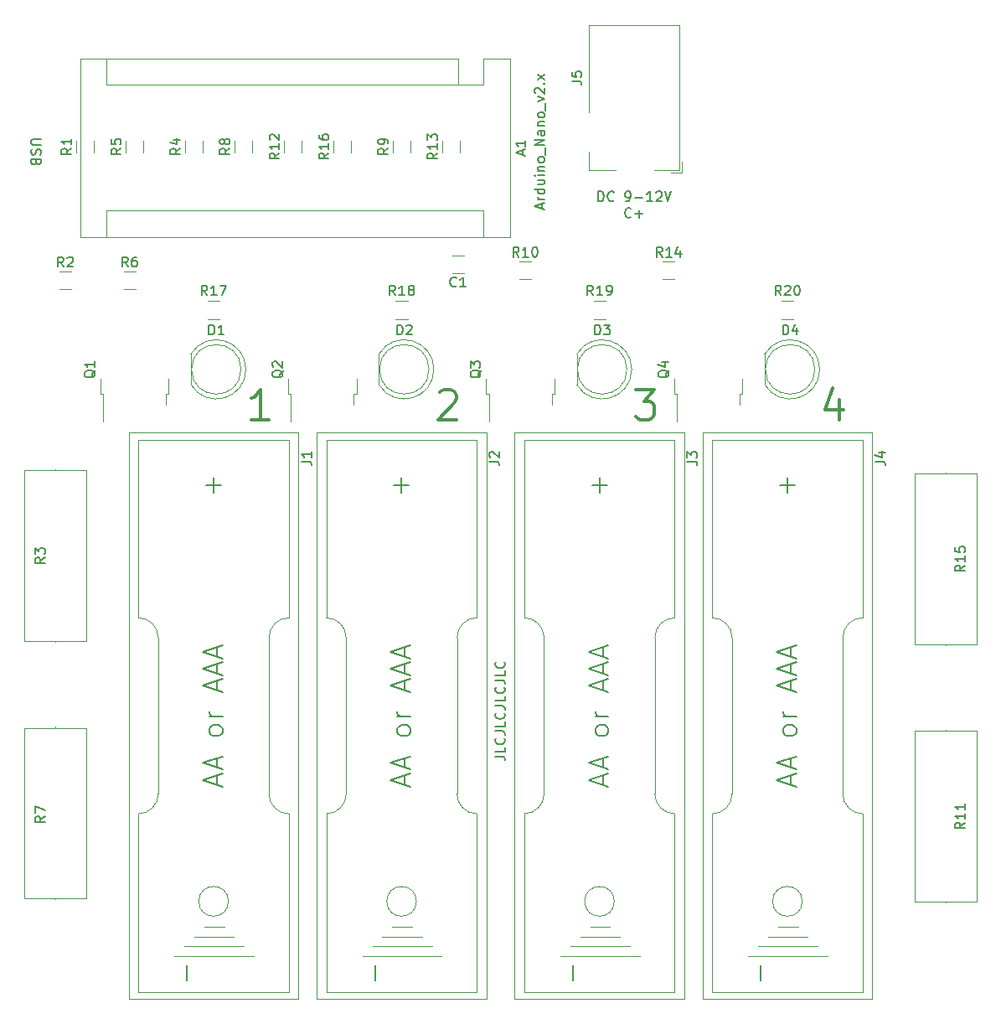
<source format=gbr>
G04 #@! TF.GenerationSoftware,KiCad,Pcbnew,(5.1.6)-1*
G04 #@! TF.CreationDate,2020-12-31T15:43:45+09:00*
G04 #@! TF.ProjectId,AA_discharger,41415f64-6973-4636-9861-726765722e6b,rev?*
G04 #@! TF.SameCoordinates,Original*
G04 #@! TF.FileFunction,Legend,Top*
G04 #@! TF.FilePolarity,Positive*
%FSLAX46Y46*%
G04 Gerber Fmt 4.6, Leading zero omitted, Abs format (unit mm)*
G04 Created by KiCad (PCBNEW (5.1.6)-1) date 2020-12-31 15:43:45*
%MOMM*%
%LPD*%
G01*
G04 APERTURE LIST*
%ADD10C,0.150000*%
%ADD11C,0.200000*%
%ADD12C,0.300000*%
%ADD13C,0.120000*%
G04 APERTURE END LIST*
D10*
X109880952Y-68027380D02*
X109880952Y-67027380D01*
X110119047Y-67027380D01*
X110261904Y-67075000D01*
X110357142Y-67170238D01*
X110404761Y-67265476D01*
X110452380Y-67455952D01*
X110452380Y-67598809D01*
X110404761Y-67789285D01*
X110357142Y-67884523D01*
X110261904Y-67979761D01*
X110119047Y-68027380D01*
X109880952Y-68027380D01*
X111452380Y-67932142D02*
X111404761Y-67979761D01*
X111261904Y-68027380D01*
X111166666Y-68027380D01*
X111023809Y-67979761D01*
X110928571Y-67884523D01*
X110880952Y-67789285D01*
X110833333Y-67598809D01*
X110833333Y-67455952D01*
X110880952Y-67265476D01*
X110928571Y-67170238D01*
X111023809Y-67075000D01*
X111166666Y-67027380D01*
X111261904Y-67027380D01*
X111404761Y-67075000D01*
X111452380Y-67122619D01*
X112690476Y-68027380D02*
X112880952Y-68027380D01*
X112976190Y-67979761D01*
X113023809Y-67932142D01*
X113119047Y-67789285D01*
X113166666Y-67598809D01*
X113166666Y-67217857D01*
X113119047Y-67122619D01*
X113071428Y-67075000D01*
X112976190Y-67027380D01*
X112785714Y-67027380D01*
X112690476Y-67075000D01*
X112642857Y-67122619D01*
X112595238Y-67217857D01*
X112595238Y-67455952D01*
X112642857Y-67551190D01*
X112690476Y-67598809D01*
X112785714Y-67646428D01*
X112976190Y-67646428D01*
X113071428Y-67598809D01*
X113119047Y-67551190D01*
X113166666Y-67455952D01*
X113595238Y-67646428D02*
X114357142Y-67646428D01*
X115357142Y-68027380D02*
X114785714Y-68027380D01*
X115071428Y-68027380D02*
X115071428Y-67027380D01*
X114976190Y-67170238D01*
X114880952Y-67265476D01*
X114785714Y-67313095D01*
X115738095Y-67122619D02*
X115785714Y-67075000D01*
X115880952Y-67027380D01*
X116119047Y-67027380D01*
X116214285Y-67075000D01*
X116261904Y-67122619D01*
X116309523Y-67217857D01*
X116309523Y-67313095D01*
X116261904Y-67455952D01*
X115690476Y-68027380D01*
X116309523Y-68027380D01*
X116595238Y-67027380D02*
X116928571Y-68027380D01*
X117261904Y-67027380D01*
X113190476Y-69582142D02*
X113142857Y-69629761D01*
X113000000Y-69677380D01*
X112904761Y-69677380D01*
X112761904Y-69629761D01*
X112666666Y-69534523D01*
X112619047Y-69439285D01*
X112571428Y-69248809D01*
X112571428Y-69105952D01*
X112619047Y-68915476D01*
X112666666Y-68820238D01*
X112761904Y-68725000D01*
X112904761Y-68677380D01*
X113000000Y-68677380D01*
X113142857Y-68725000D01*
X113190476Y-68772619D01*
X113619047Y-69296428D02*
X114380952Y-69296428D01*
X114000000Y-69677380D02*
X114000000Y-68915476D01*
D11*
X110333333Y-126952380D02*
X110333333Y-126000000D01*
X110904761Y-127142857D02*
X108904761Y-126476190D01*
X110904761Y-125809523D01*
X110333333Y-125238095D02*
X110333333Y-124285714D01*
X110904761Y-125428571D02*
X108904761Y-124761904D01*
X110904761Y-124095238D01*
X110904761Y-121619047D02*
X110809523Y-121809523D01*
X110714285Y-121904761D01*
X110523809Y-122000000D01*
X109952380Y-122000000D01*
X109761904Y-121904761D01*
X109666666Y-121809523D01*
X109571428Y-121619047D01*
X109571428Y-121333333D01*
X109666666Y-121142857D01*
X109761904Y-121047619D01*
X109952380Y-120952380D01*
X110523809Y-120952380D01*
X110714285Y-121047619D01*
X110809523Y-121142857D01*
X110904761Y-121333333D01*
X110904761Y-121619047D01*
X110904761Y-120095238D02*
X109571428Y-120095238D01*
X109952380Y-120095238D02*
X109761904Y-120000000D01*
X109666666Y-119904761D01*
X109571428Y-119714285D01*
X109571428Y-119523809D01*
X110333333Y-117428571D02*
X110333333Y-116476190D01*
X110904761Y-117619047D02*
X108904761Y-116952380D01*
X110904761Y-116285714D01*
X110333333Y-115714285D02*
X110333333Y-114761904D01*
X110904761Y-115904761D02*
X108904761Y-115238095D01*
X110904761Y-114571428D01*
X110333333Y-114000000D02*
X110333333Y-113047619D01*
X110904761Y-114190476D02*
X108904761Y-113523809D01*
X110904761Y-112857142D01*
X129333333Y-126952380D02*
X129333333Y-126000000D01*
X129904761Y-127142857D02*
X127904761Y-126476190D01*
X129904761Y-125809523D01*
X129333333Y-125238095D02*
X129333333Y-124285714D01*
X129904761Y-125428571D02*
X127904761Y-124761904D01*
X129904761Y-124095238D01*
X129904761Y-121619047D02*
X129809523Y-121809523D01*
X129714285Y-121904761D01*
X129523809Y-122000000D01*
X128952380Y-122000000D01*
X128761904Y-121904761D01*
X128666666Y-121809523D01*
X128571428Y-121619047D01*
X128571428Y-121333333D01*
X128666666Y-121142857D01*
X128761904Y-121047619D01*
X128952380Y-120952380D01*
X129523809Y-120952380D01*
X129714285Y-121047619D01*
X129809523Y-121142857D01*
X129904761Y-121333333D01*
X129904761Y-121619047D01*
X129904761Y-120095238D02*
X128571428Y-120095238D01*
X128952380Y-120095238D02*
X128761904Y-120000000D01*
X128666666Y-119904761D01*
X128571428Y-119714285D01*
X128571428Y-119523809D01*
X129333333Y-117428571D02*
X129333333Y-116476190D01*
X129904761Y-117619047D02*
X127904761Y-116952380D01*
X129904761Y-116285714D01*
X129333333Y-115714285D02*
X129333333Y-114761904D01*
X129904761Y-115904761D02*
X127904761Y-115238095D01*
X129904761Y-114571428D01*
X129333333Y-114000000D02*
X129333333Y-113047619D01*
X129904761Y-114190476D02*
X127904761Y-113523809D01*
X129904761Y-112857142D01*
X90333333Y-126952380D02*
X90333333Y-126000000D01*
X90904761Y-127142857D02*
X88904761Y-126476190D01*
X90904761Y-125809523D01*
X90333333Y-125238095D02*
X90333333Y-124285714D01*
X90904761Y-125428571D02*
X88904761Y-124761904D01*
X90904761Y-124095238D01*
X90904761Y-121619047D02*
X90809523Y-121809523D01*
X90714285Y-121904761D01*
X90523809Y-122000000D01*
X89952380Y-122000000D01*
X89761904Y-121904761D01*
X89666666Y-121809523D01*
X89571428Y-121619047D01*
X89571428Y-121333333D01*
X89666666Y-121142857D01*
X89761904Y-121047619D01*
X89952380Y-120952380D01*
X90523809Y-120952380D01*
X90714285Y-121047619D01*
X90809523Y-121142857D01*
X90904761Y-121333333D01*
X90904761Y-121619047D01*
X90904761Y-120095238D02*
X89571428Y-120095238D01*
X89952380Y-120095238D02*
X89761904Y-120000000D01*
X89666666Y-119904761D01*
X89571428Y-119714285D01*
X89571428Y-119523809D01*
X90333333Y-117428571D02*
X90333333Y-116476190D01*
X90904761Y-117619047D02*
X88904761Y-116952380D01*
X90904761Y-116285714D01*
X90333333Y-115714285D02*
X90333333Y-114761904D01*
X90904761Y-115904761D02*
X88904761Y-115238095D01*
X90904761Y-114571428D01*
X90333333Y-114000000D02*
X90333333Y-113047619D01*
X90904761Y-114190476D02*
X88904761Y-113523809D01*
X90904761Y-112857142D01*
X71333333Y-126952380D02*
X71333333Y-126000000D01*
X71904761Y-127142857D02*
X69904761Y-126476190D01*
X71904761Y-125809523D01*
X71333333Y-125238095D02*
X71333333Y-124285714D01*
X71904761Y-125428571D02*
X69904761Y-124761904D01*
X71904761Y-124095238D01*
X71904761Y-121619047D02*
X71809523Y-121809523D01*
X71714285Y-121904761D01*
X71523809Y-122000000D01*
X70952380Y-122000000D01*
X70761904Y-121904761D01*
X70666666Y-121809523D01*
X70571428Y-121619047D01*
X70571428Y-121333333D01*
X70666666Y-121142857D01*
X70761904Y-121047619D01*
X70952380Y-120952380D01*
X71523809Y-120952380D01*
X71714285Y-121047619D01*
X71809523Y-121142857D01*
X71904761Y-121333333D01*
X71904761Y-121619047D01*
X71904761Y-120095238D02*
X70571428Y-120095238D01*
X70952380Y-120095238D02*
X70761904Y-120000000D01*
X70666666Y-119904761D01*
X70571428Y-119714285D01*
X70571428Y-119523809D01*
X71333333Y-117428571D02*
X71333333Y-116476190D01*
X71904761Y-117619047D02*
X69904761Y-116952380D01*
X71904761Y-116285714D01*
X71333333Y-115714285D02*
X71333333Y-114761904D01*
X71904761Y-115904761D02*
X69904761Y-115238095D01*
X71904761Y-114571428D01*
X71333333Y-114000000D02*
X71333333Y-113047619D01*
X71904761Y-114190476D02*
X69904761Y-113523809D01*
X71904761Y-112857142D01*
D12*
X134271428Y-88057142D02*
X134271428Y-90057142D01*
X133557142Y-86914285D02*
X132842857Y-89057142D01*
X134700000Y-89057142D01*
X113700000Y-87057142D02*
X115557142Y-87057142D01*
X114557142Y-88200000D01*
X114985714Y-88200000D01*
X115271428Y-88342857D01*
X115414285Y-88485714D01*
X115557142Y-88771428D01*
X115557142Y-89485714D01*
X115414285Y-89771428D01*
X115271428Y-89914285D01*
X114985714Y-90057142D01*
X114128571Y-90057142D01*
X113842857Y-89914285D01*
X113700000Y-89771428D01*
X93842857Y-87342857D02*
X93985714Y-87200000D01*
X94271428Y-87057142D01*
X94985714Y-87057142D01*
X95271428Y-87200000D01*
X95414285Y-87342857D01*
X95557142Y-87628571D01*
X95557142Y-87914285D01*
X95414285Y-88342857D01*
X93700000Y-90057142D01*
X95557142Y-90057142D01*
X76557142Y-90057142D02*
X74842857Y-90057142D01*
X75700000Y-90057142D02*
X75700000Y-87057142D01*
X75414285Y-87485714D01*
X75128571Y-87771428D01*
X74842857Y-87914285D01*
D10*
X99452380Y-124119047D02*
X100166666Y-124119047D01*
X100309523Y-124166666D01*
X100404761Y-124261904D01*
X100452380Y-124404761D01*
X100452380Y-124500000D01*
X100452380Y-123166666D02*
X100452380Y-123642857D01*
X99452380Y-123642857D01*
X100357142Y-122261904D02*
X100404761Y-122309523D01*
X100452380Y-122452380D01*
X100452380Y-122547619D01*
X100404761Y-122690476D01*
X100309523Y-122785714D01*
X100214285Y-122833333D01*
X100023809Y-122880952D01*
X99880952Y-122880952D01*
X99690476Y-122833333D01*
X99595238Y-122785714D01*
X99500000Y-122690476D01*
X99452380Y-122547619D01*
X99452380Y-122452380D01*
X99500000Y-122309523D01*
X99547619Y-122261904D01*
X99452380Y-121547619D02*
X100166666Y-121547619D01*
X100309523Y-121595238D01*
X100404761Y-121690476D01*
X100452380Y-121833333D01*
X100452380Y-121928571D01*
X100452380Y-120595238D02*
X100452380Y-121071428D01*
X99452380Y-121071428D01*
X100357142Y-119690476D02*
X100404761Y-119738095D01*
X100452380Y-119880952D01*
X100452380Y-119976190D01*
X100404761Y-120119047D01*
X100309523Y-120214285D01*
X100214285Y-120261904D01*
X100023809Y-120309523D01*
X99880952Y-120309523D01*
X99690476Y-120261904D01*
X99595238Y-120214285D01*
X99500000Y-120119047D01*
X99452380Y-119976190D01*
X99452380Y-119880952D01*
X99500000Y-119738095D01*
X99547619Y-119690476D01*
X99452380Y-118976190D02*
X100166666Y-118976190D01*
X100309523Y-119023809D01*
X100404761Y-119119047D01*
X100452380Y-119261904D01*
X100452380Y-119357142D01*
X100452380Y-118023809D02*
X100452380Y-118500000D01*
X99452380Y-118500000D01*
X100357142Y-117119047D02*
X100404761Y-117166666D01*
X100452380Y-117309523D01*
X100452380Y-117404761D01*
X100404761Y-117547619D01*
X100309523Y-117642857D01*
X100214285Y-117690476D01*
X100023809Y-117738095D01*
X99880952Y-117738095D01*
X99690476Y-117690476D01*
X99595238Y-117642857D01*
X99500000Y-117547619D01*
X99452380Y-117404761D01*
X99452380Y-117309523D01*
X99500000Y-117166666D01*
X99547619Y-117119047D01*
X99452380Y-116404761D02*
X100166666Y-116404761D01*
X100309523Y-116452380D01*
X100404761Y-116547619D01*
X100452380Y-116690476D01*
X100452380Y-116785714D01*
X100452380Y-115452380D02*
X100452380Y-115928571D01*
X99452380Y-115928571D01*
X100357142Y-114547619D02*
X100404761Y-114595238D01*
X100452380Y-114738095D01*
X100452380Y-114833333D01*
X100404761Y-114976190D01*
X100309523Y-115071428D01*
X100214285Y-115119047D01*
X100023809Y-115166666D01*
X99880952Y-115166666D01*
X99690476Y-115119047D01*
X99595238Y-115071428D01*
X99500000Y-114976190D01*
X99452380Y-114833333D01*
X99452380Y-114738095D01*
X99500000Y-114595238D01*
X99547619Y-114547619D01*
X53547619Y-61738095D02*
X52738095Y-61738095D01*
X52642857Y-61785714D01*
X52595238Y-61833333D01*
X52547619Y-61928571D01*
X52547619Y-62119047D01*
X52595238Y-62214285D01*
X52642857Y-62261904D01*
X52738095Y-62309523D01*
X53547619Y-62309523D01*
X52595238Y-62738095D02*
X52547619Y-62880952D01*
X52547619Y-63119047D01*
X52595238Y-63214285D01*
X52642857Y-63261904D01*
X52738095Y-63309523D01*
X52833333Y-63309523D01*
X52928571Y-63261904D01*
X52976190Y-63214285D01*
X53023809Y-63119047D01*
X53071428Y-62928571D01*
X53119047Y-62833333D01*
X53166666Y-62785714D01*
X53261904Y-62738095D01*
X53357142Y-62738095D01*
X53452380Y-62785714D01*
X53500000Y-62833333D01*
X53547619Y-62928571D01*
X53547619Y-63166666D01*
X53500000Y-63309523D01*
X53071428Y-64071428D02*
X53023809Y-64214285D01*
X52976190Y-64261904D01*
X52880952Y-64309523D01*
X52738095Y-64309523D01*
X52642857Y-64261904D01*
X52595238Y-64214285D01*
X52547619Y-64119047D01*
X52547619Y-63738095D01*
X53547619Y-63738095D01*
X53547619Y-64071428D01*
X53500000Y-64166666D01*
X53452380Y-64214285D01*
X53357142Y-64261904D01*
X53261904Y-64261904D01*
X53166666Y-64214285D01*
X53119047Y-64166666D01*
X53071428Y-64071428D01*
X53071428Y-63738095D01*
D13*
X96302064Y-73490000D02*
X95097936Y-73490000D01*
X96302064Y-75310000D02*
X95097936Y-75310000D01*
X130500833Y-138750000D02*
G75*
G03*
X130500833Y-138750000I-1500833J0D01*
G01*
X111500833Y-138750000D02*
G75*
G03*
X111500833Y-138750000I-1500833J0D01*
G01*
X72500833Y-138750000D02*
G75*
G03*
X72500833Y-138750000I-1500833J0D01*
G01*
X91500833Y-138750000D02*
G75*
G03*
X91500833Y-138750000I-1500833J0D01*
G01*
X118100000Y-64900000D02*
X115500000Y-64900000D01*
X118100000Y-50200000D02*
X118100000Y-64900000D01*
X108900000Y-64900000D02*
X108900000Y-63000000D01*
X111600000Y-64900000D02*
X108900000Y-64900000D01*
X108900000Y-50200000D02*
X118100000Y-50200000D01*
X108900000Y-59000000D02*
X108900000Y-50200000D01*
X118300000Y-64050000D02*
X118300000Y-65100000D01*
X117250000Y-65100000D02*
X118300000Y-65100000D01*
X66180000Y-87470000D02*
X66180000Y-88570000D01*
X66450000Y-87470000D02*
X66180000Y-87470000D01*
X66450000Y-85970000D02*
X66450000Y-87470000D01*
X59820000Y-87470000D02*
X59820000Y-90300000D01*
X59550000Y-87470000D02*
X59820000Y-87470000D01*
X59550000Y-85970000D02*
X59550000Y-87470000D01*
X124180000Y-87470000D02*
X124180000Y-88570000D01*
X124450000Y-87470000D02*
X124180000Y-87470000D01*
X124450000Y-85970000D02*
X124450000Y-87470000D01*
X117820000Y-87470000D02*
X117820000Y-90300000D01*
X117550000Y-87470000D02*
X117820000Y-87470000D01*
X117550000Y-85970000D02*
X117550000Y-87470000D01*
X105180000Y-87470000D02*
X105180000Y-88570000D01*
X105450000Y-87470000D02*
X105180000Y-87470000D01*
X105450000Y-85970000D02*
X105450000Y-87470000D01*
X98820000Y-87470000D02*
X98820000Y-90300000D01*
X98550000Y-87470000D02*
X98820000Y-87470000D01*
X98550000Y-85970000D02*
X98550000Y-87470000D01*
X85180000Y-87470000D02*
X85180000Y-88570000D01*
X85450000Y-87470000D02*
X85180000Y-87470000D01*
X85450000Y-85970000D02*
X85450000Y-87470000D01*
X78820000Y-87470000D02*
X78820000Y-90300000D01*
X78550000Y-87470000D02*
X78820000Y-87470000D01*
X78550000Y-85970000D02*
X78550000Y-87470000D01*
X73060000Y-142310000D02*
X69060000Y-142310000D01*
X68060000Y-143310000D02*
X74060000Y-143310000D01*
X75060000Y-144310000D02*
X67060000Y-144310000D01*
X72060000Y-141310000D02*
X70060000Y-141310000D01*
X79565000Y-148620000D02*
X62435000Y-148620000D01*
X62435000Y-148620000D02*
X62435000Y-91380000D01*
X62435000Y-91380000D02*
X79565000Y-91380000D01*
X79565000Y-91380000D02*
X79565000Y-148620000D01*
X78600000Y-92100000D02*
X63400000Y-92100000D01*
X63400000Y-92100000D02*
X63400000Y-110100000D01*
X78600000Y-147900000D02*
X63400000Y-147900000D01*
X78600000Y-92100000D02*
X78600000Y-110100000D01*
X78600000Y-129900000D02*
X78600000Y-147900000D01*
X63400000Y-129900000D02*
X63400000Y-147900000D01*
X76600000Y-112100000D02*
X76600000Y-127900000D01*
X65400000Y-127900000D02*
X65400000Y-112100000D01*
X63400000Y-110100000D02*
G75*
G02*
X65400000Y-112100000I0J-2000000D01*
G01*
X65400000Y-127900000D02*
G75*
G02*
X63400000Y-129900000I-2000000J0D01*
G01*
X78600000Y-129900000D02*
G75*
G02*
X76600000Y-127900000I0J2000000D01*
G01*
X76600000Y-112100000D02*
G75*
G02*
X78600000Y-110100000I2000000J0D01*
G01*
X129602064Y-78090000D02*
X128397936Y-78090000D01*
X129602064Y-79910000D02*
X128397936Y-79910000D01*
X110602064Y-78090000D02*
X109397936Y-78090000D01*
X110602064Y-79910000D02*
X109397936Y-79910000D01*
X90602064Y-78090000D02*
X89397936Y-78090000D01*
X90602064Y-79910000D02*
X89397936Y-79910000D01*
X71602064Y-78090000D02*
X70397936Y-78090000D01*
X71602064Y-79910000D02*
X70397936Y-79910000D01*
X84910000Y-63102064D02*
X84910000Y-61897936D01*
X83090000Y-63102064D02*
X83090000Y-61897936D01*
X145000000Y-112880000D02*
X145000000Y-112780000D01*
X145000000Y-95440000D02*
X145000000Y-95540000D01*
X148120000Y-112780000D02*
X148120000Y-95540000D01*
X141880000Y-112780000D02*
X148120000Y-112780000D01*
X141880000Y-95540000D02*
X141880000Y-112780000D01*
X148120000Y-95540000D02*
X141880000Y-95540000D01*
X116397936Y-75910000D02*
X117602064Y-75910000D01*
X116397936Y-74090000D02*
X117602064Y-74090000D01*
X95910000Y-63102064D02*
X95910000Y-61897936D01*
X94090000Y-63102064D02*
X94090000Y-61897936D01*
X79910000Y-63102064D02*
X79910000Y-61897936D01*
X78090000Y-63102064D02*
X78090000Y-61897936D01*
X145000000Y-138880000D02*
X145000000Y-138780000D01*
X145000000Y-121440000D02*
X145000000Y-121540000D01*
X148120000Y-138780000D02*
X148120000Y-121540000D01*
X141880000Y-138780000D02*
X148120000Y-138780000D01*
X141880000Y-121540000D02*
X141880000Y-138780000D01*
X148120000Y-121540000D02*
X141880000Y-121540000D01*
X101897936Y-75910000D02*
X103102064Y-75910000D01*
X101897936Y-74090000D02*
X103102064Y-74090000D01*
X90910000Y-63102064D02*
X90910000Y-61897936D01*
X89090000Y-63102064D02*
X89090000Y-61897936D01*
X74910000Y-63102064D02*
X74910000Y-61897936D01*
X73090000Y-63102064D02*
X73090000Y-61897936D01*
X55000000Y-121120000D02*
X55000000Y-121220000D01*
X55000000Y-138560000D02*
X55000000Y-138460000D01*
X51880000Y-121220000D02*
X51880000Y-138460000D01*
X58120000Y-121220000D02*
X51880000Y-121220000D01*
X58120000Y-138460000D02*
X58120000Y-121220000D01*
X51880000Y-138460000D02*
X58120000Y-138460000D01*
X61910436Y-76910000D02*
X63114564Y-76910000D01*
X61910436Y-75090000D02*
X63114564Y-75090000D01*
X63910000Y-63102064D02*
X63910000Y-61897936D01*
X62090000Y-63102064D02*
X62090000Y-61897936D01*
X69910000Y-63102064D02*
X69910000Y-61897936D01*
X68090000Y-63102064D02*
X68090000Y-61897936D01*
X55000000Y-95120000D02*
X55000000Y-95220000D01*
X55000000Y-112560000D02*
X55000000Y-112460000D01*
X51880000Y-95220000D02*
X51880000Y-112460000D01*
X58120000Y-95220000D02*
X51880000Y-95220000D01*
X58120000Y-112460000D02*
X58120000Y-95220000D01*
X51880000Y-112460000D02*
X58120000Y-112460000D01*
X55397936Y-76910000D02*
X56602064Y-76910000D01*
X55397936Y-75090000D02*
X56602064Y-75090000D01*
X58910000Y-63102064D02*
X58910000Y-61897936D01*
X57090000Y-63102064D02*
X57090000Y-61897936D01*
X131060000Y-142310000D02*
X127060000Y-142310000D01*
X126060000Y-143310000D02*
X132060000Y-143310000D01*
X133060000Y-144310000D02*
X125060000Y-144310000D01*
X130060000Y-141310000D02*
X128060000Y-141310000D01*
X137565000Y-148620000D02*
X120435000Y-148620000D01*
X120435000Y-148620000D02*
X120435000Y-91380000D01*
X120435000Y-91380000D02*
X137565000Y-91380000D01*
X137565000Y-91380000D02*
X137565000Y-148620000D01*
X136600000Y-92100000D02*
X121400000Y-92100000D01*
X121400000Y-92100000D02*
X121400000Y-110100000D01*
X136600000Y-147900000D02*
X121400000Y-147900000D01*
X136600000Y-92100000D02*
X136600000Y-110100000D01*
X136600000Y-129900000D02*
X136600000Y-147900000D01*
X121400000Y-129900000D02*
X121400000Y-147900000D01*
X134600000Y-112100000D02*
X134600000Y-127900000D01*
X123400000Y-127900000D02*
X123400000Y-112100000D01*
X121400000Y-110100000D02*
G75*
G02*
X123400000Y-112100000I0J-2000000D01*
G01*
X123400000Y-127900000D02*
G75*
G02*
X121400000Y-129900000I-2000000J0D01*
G01*
X136600000Y-129900000D02*
G75*
G02*
X134600000Y-127900000I0J2000000D01*
G01*
X134600000Y-112100000D02*
G75*
G02*
X136600000Y-110100000I2000000J0D01*
G01*
X112060000Y-142310000D02*
X108060000Y-142310000D01*
X107060000Y-143310000D02*
X113060000Y-143310000D01*
X114060000Y-144310000D02*
X106060000Y-144310000D01*
X111060000Y-141310000D02*
X109060000Y-141310000D01*
X118565000Y-148620000D02*
X101435000Y-148620000D01*
X101435000Y-148620000D02*
X101435000Y-91380000D01*
X101435000Y-91380000D02*
X118565000Y-91380000D01*
X118565000Y-91380000D02*
X118565000Y-148620000D01*
X117600000Y-92100000D02*
X102400000Y-92100000D01*
X102400000Y-92100000D02*
X102400000Y-110100000D01*
X117600000Y-147900000D02*
X102400000Y-147900000D01*
X117600000Y-92100000D02*
X117600000Y-110100000D01*
X117600000Y-129900000D02*
X117600000Y-147900000D01*
X102400000Y-129900000D02*
X102400000Y-147900000D01*
X115600000Y-112100000D02*
X115600000Y-127900000D01*
X104400000Y-127900000D02*
X104400000Y-112100000D01*
X102400000Y-110100000D02*
G75*
G02*
X104400000Y-112100000I0J-2000000D01*
G01*
X104400000Y-127900000D02*
G75*
G02*
X102400000Y-129900000I-2000000J0D01*
G01*
X117600000Y-129900000D02*
G75*
G02*
X115600000Y-127900000I0J2000000D01*
G01*
X115600000Y-112100000D02*
G75*
G02*
X117600000Y-110100000I2000000J0D01*
G01*
X92060000Y-142310000D02*
X88060000Y-142310000D01*
X87060000Y-143310000D02*
X93060000Y-143310000D01*
X94060000Y-144310000D02*
X86060000Y-144310000D01*
X91060000Y-141310000D02*
X89060000Y-141310000D01*
X98565000Y-148620000D02*
X81435000Y-148620000D01*
X81435000Y-148620000D02*
X81435000Y-91380000D01*
X81435000Y-91380000D02*
X98565000Y-91380000D01*
X98565000Y-91380000D02*
X98565000Y-148620000D01*
X97600000Y-92100000D02*
X82400000Y-92100000D01*
X82400000Y-92100000D02*
X82400000Y-110100000D01*
X97600000Y-147900000D02*
X82400000Y-147900000D01*
X97600000Y-92100000D02*
X97600000Y-110100000D01*
X97600000Y-129900000D02*
X97600000Y-147900000D01*
X82400000Y-129900000D02*
X82400000Y-147900000D01*
X95600000Y-112100000D02*
X95600000Y-127900000D01*
X84400000Y-127900000D02*
X84400000Y-112100000D01*
X82400000Y-110100000D02*
G75*
G02*
X84400000Y-112100000I0J-2000000D01*
G01*
X84400000Y-127900000D02*
G75*
G02*
X82400000Y-129900000I-2000000J0D01*
G01*
X97600000Y-129900000D02*
G75*
G02*
X95600000Y-127900000I0J2000000D01*
G01*
X95600000Y-112100000D02*
G75*
G02*
X97600000Y-110100000I2000000J0D01*
G01*
X126710000Y-83455000D02*
X126710000Y-86545000D01*
X131770000Y-85000000D02*
G75*
G03*
X131770000Y-85000000I-2500000J0D01*
G01*
X132260000Y-84999538D02*
G75*
G02*
X126710000Y-86544830I-2990000J-462D01*
G01*
X132260000Y-85000462D02*
G75*
G03*
X126710000Y-83455170I-2990000J462D01*
G01*
X107710000Y-83455000D02*
X107710000Y-86545000D01*
X112770000Y-85000000D02*
G75*
G03*
X112770000Y-85000000I-2500000J0D01*
G01*
X113260000Y-84999538D02*
G75*
G02*
X107710000Y-86544830I-2990000J-462D01*
G01*
X113260000Y-85000462D02*
G75*
G03*
X107710000Y-83455170I-2990000J462D01*
G01*
X87710000Y-83455000D02*
X87710000Y-86545000D01*
X92770000Y-85000000D02*
G75*
G03*
X92770000Y-85000000I-2500000J0D01*
G01*
X93260000Y-84999538D02*
G75*
G02*
X87710000Y-86544830I-2990000J-462D01*
G01*
X93260000Y-85000462D02*
G75*
G03*
X87710000Y-83455170I-2990000J462D01*
G01*
X68710000Y-83455000D02*
X68710000Y-86545000D01*
X73770000Y-85000000D02*
G75*
G03*
X73770000Y-85000000I-2500000J0D01*
G01*
X74260000Y-84999538D02*
G75*
G02*
X68710000Y-86544830I-2990000J-462D01*
G01*
X74260000Y-85000462D02*
G75*
G03*
X68710000Y-83455170I-2990000J462D01*
G01*
X100940000Y-71640000D02*
X100940000Y-53600000D01*
X57500000Y-71640000D02*
X100940000Y-71640000D01*
X57500000Y-53600000D02*
X57500000Y-71640000D01*
X60170000Y-56270000D02*
X60170000Y-53600000D01*
X95730000Y-56270000D02*
X60170000Y-56270000D01*
X95730000Y-56270000D02*
X95730000Y-53600000D01*
X60170000Y-68970000D02*
X60170000Y-71640000D01*
X98270000Y-68970000D02*
X60170000Y-68970000D01*
X98270000Y-68970000D02*
X98270000Y-71640000D01*
X100940000Y-53600000D02*
X98270000Y-53600000D01*
X95730000Y-53600000D02*
X57500000Y-53600000D01*
X98270000Y-56270000D02*
X98270000Y-53600000D01*
X95730000Y-56270000D02*
X98270000Y-56270000D01*
D10*
X95533333Y-76577142D02*
X95485714Y-76624761D01*
X95342857Y-76672380D01*
X95247619Y-76672380D01*
X95104761Y-76624761D01*
X95009523Y-76529523D01*
X94961904Y-76434285D01*
X94914285Y-76243809D01*
X94914285Y-76100952D01*
X94961904Y-75910476D01*
X95009523Y-75815238D01*
X95104761Y-75720000D01*
X95247619Y-75672380D01*
X95342857Y-75672380D01*
X95485714Y-75720000D01*
X95533333Y-75767619D01*
X96485714Y-76672380D02*
X95914285Y-76672380D01*
X96200000Y-76672380D02*
X96200000Y-75672380D01*
X96104761Y-75815238D01*
X96009523Y-75910476D01*
X95914285Y-75958095D01*
X107202380Y-55883333D02*
X107916666Y-55883333D01*
X108059523Y-55930952D01*
X108154761Y-56026190D01*
X108202380Y-56169047D01*
X108202380Y-56264285D01*
X107202380Y-54930952D02*
X107202380Y-55407142D01*
X107678571Y-55454761D01*
X107630952Y-55407142D01*
X107583333Y-55311904D01*
X107583333Y-55073809D01*
X107630952Y-54978571D01*
X107678571Y-54930952D01*
X107773809Y-54883333D01*
X108011904Y-54883333D01*
X108107142Y-54930952D01*
X108154761Y-54978571D01*
X108202380Y-55073809D01*
X108202380Y-55311904D01*
X108154761Y-55407142D01*
X108107142Y-55454761D01*
X59047619Y-85095238D02*
X59000000Y-85190476D01*
X58904761Y-85285714D01*
X58761904Y-85428571D01*
X58714285Y-85523809D01*
X58714285Y-85619047D01*
X58952380Y-85571428D02*
X58904761Y-85666666D01*
X58809523Y-85761904D01*
X58619047Y-85809523D01*
X58285714Y-85809523D01*
X58095238Y-85761904D01*
X58000000Y-85666666D01*
X57952380Y-85571428D01*
X57952380Y-85380952D01*
X58000000Y-85285714D01*
X58095238Y-85190476D01*
X58285714Y-85142857D01*
X58619047Y-85142857D01*
X58809523Y-85190476D01*
X58904761Y-85285714D01*
X58952380Y-85380952D01*
X58952380Y-85571428D01*
X58952380Y-84190476D02*
X58952380Y-84761904D01*
X58952380Y-84476190D02*
X57952380Y-84476190D01*
X58095238Y-84571428D01*
X58190476Y-84666666D01*
X58238095Y-84761904D01*
X117047619Y-85095238D02*
X117000000Y-85190476D01*
X116904761Y-85285714D01*
X116761904Y-85428571D01*
X116714285Y-85523809D01*
X116714285Y-85619047D01*
X116952380Y-85571428D02*
X116904761Y-85666666D01*
X116809523Y-85761904D01*
X116619047Y-85809523D01*
X116285714Y-85809523D01*
X116095238Y-85761904D01*
X116000000Y-85666666D01*
X115952380Y-85571428D01*
X115952380Y-85380952D01*
X116000000Y-85285714D01*
X116095238Y-85190476D01*
X116285714Y-85142857D01*
X116619047Y-85142857D01*
X116809523Y-85190476D01*
X116904761Y-85285714D01*
X116952380Y-85380952D01*
X116952380Y-85571428D01*
X116285714Y-84285714D02*
X116952380Y-84285714D01*
X115904761Y-84523809D02*
X116619047Y-84761904D01*
X116619047Y-84142857D01*
X98047619Y-85095238D02*
X98000000Y-85190476D01*
X97904761Y-85285714D01*
X97761904Y-85428571D01*
X97714285Y-85523809D01*
X97714285Y-85619047D01*
X97952380Y-85571428D02*
X97904761Y-85666666D01*
X97809523Y-85761904D01*
X97619047Y-85809523D01*
X97285714Y-85809523D01*
X97095238Y-85761904D01*
X97000000Y-85666666D01*
X96952380Y-85571428D01*
X96952380Y-85380952D01*
X97000000Y-85285714D01*
X97095238Y-85190476D01*
X97285714Y-85142857D01*
X97619047Y-85142857D01*
X97809523Y-85190476D01*
X97904761Y-85285714D01*
X97952380Y-85380952D01*
X97952380Y-85571428D01*
X96952380Y-84809523D02*
X96952380Y-84190476D01*
X97333333Y-84523809D01*
X97333333Y-84380952D01*
X97380952Y-84285714D01*
X97428571Y-84238095D01*
X97523809Y-84190476D01*
X97761904Y-84190476D01*
X97857142Y-84238095D01*
X97904761Y-84285714D01*
X97952380Y-84380952D01*
X97952380Y-84666666D01*
X97904761Y-84761904D01*
X97857142Y-84809523D01*
X78047619Y-85095238D02*
X78000000Y-85190476D01*
X77904761Y-85285714D01*
X77761904Y-85428571D01*
X77714285Y-85523809D01*
X77714285Y-85619047D01*
X77952380Y-85571428D02*
X77904761Y-85666666D01*
X77809523Y-85761904D01*
X77619047Y-85809523D01*
X77285714Y-85809523D01*
X77095238Y-85761904D01*
X77000000Y-85666666D01*
X76952380Y-85571428D01*
X76952380Y-85380952D01*
X77000000Y-85285714D01*
X77095238Y-85190476D01*
X77285714Y-85142857D01*
X77619047Y-85142857D01*
X77809523Y-85190476D01*
X77904761Y-85285714D01*
X77952380Y-85380952D01*
X77952380Y-85571428D01*
X77047619Y-84761904D02*
X77000000Y-84714285D01*
X76952380Y-84619047D01*
X76952380Y-84380952D01*
X77000000Y-84285714D01*
X77047619Y-84238095D01*
X77142857Y-84190476D01*
X77238095Y-84190476D01*
X77380952Y-84238095D01*
X77952380Y-84809523D01*
X77952380Y-84190476D01*
X79872380Y-94313333D02*
X80586666Y-94313333D01*
X80729523Y-94360952D01*
X80824761Y-94456190D01*
X80872380Y-94599047D01*
X80872380Y-94694285D01*
X80872380Y-93313333D02*
X80872380Y-93884761D01*
X80872380Y-93599047D02*
X79872380Y-93599047D01*
X80015238Y-93694285D01*
X80110476Y-93789523D01*
X80158095Y-93884761D01*
D11*
X71002857Y-97461904D02*
X71002857Y-95938095D01*
X71764761Y-96700000D02*
X70240952Y-96700000D01*
X68302857Y-146731904D02*
X68302857Y-145208095D01*
D10*
X128357142Y-77522380D02*
X128023809Y-77046190D01*
X127785714Y-77522380D02*
X127785714Y-76522380D01*
X128166666Y-76522380D01*
X128261904Y-76570000D01*
X128309523Y-76617619D01*
X128357142Y-76712857D01*
X128357142Y-76855714D01*
X128309523Y-76950952D01*
X128261904Y-76998571D01*
X128166666Y-77046190D01*
X127785714Y-77046190D01*
X128738095Y-76617619D02*
X128785714Y-76570000D01*
X128880952Y-76522380D01*
X129119047Y-76522380D01*
X129214285Y-76570000D01*
X129261904Y-76617619D01*
X129309523Y-76712857D01*
X129309523Y-76808095D01*
X129261904Y-76950952D01*
X128690476Y-77522380D01*
X129309523Y-77522380D01*
X129928571Y-76522380D02*
X130023809Y-76522380D01*
X130119047Y-76570000D01*
X130166666Y-76617619D01*
X130214285Y-76712857D01*
X130261904Y-76903333D01*
X130261904Y-77141428D01*
X130214285Y-77331904D01*
X130166666Y-77427142D01*
X130119047Y-77474761D01*
X130023809Y-77522380D01*
X129928571Y-77522380D01*
X129833333Y-77474761D01*
X129785714Y-77427142D01*
X129738095Y-77331904D01*
X129690476Y-77141428D01*
X129690476Y-76903333D01*
X129738095Y-76712857D01*
X129785714Y-76617619D01*
X129833333Y-76570000D01*
X129928571Y-76522380D01*
X109357142Y-77522380D02*
X109023809Y-77046190D01*
X108785714Y-77522380D02*
X108785714Y-76522380D01*
X109166666Y-76522380D01*
X109261904Y-76570000D01*
X109309523Y-76617619D01*
X109357142Y-76712857D01*
X109357142Y-76855714D01*
X109309523Y-76950952D01*
X109261904Y-76998571D01*
X109166666Y-77046190D01*
X108785714Y-77046190D01*
X110309523Y-77522380D02*
X109738095Y-77522380D01*
X110023809Y-77522380D02*
X110023809Y-76522380D01*
X109928571Y-76665238D01*
X109833333Y-76760476D01*
X109738095Y-76808095D01*
X110785714Y-77522380D02*
X110976190Y-77522380D01*
X111071428Y-77474761D01*
X111119047Y-77427142D01*
X111214285Y-77284285D01*
X111261904Y-77093809D01*
X111261904Y-76712857D01*
X111214285Y-76617619D01*
X111166666Y-76570000D01*
X111071428Y-76522380D01*
X110880952Y-76522380D01*
X110785714Y-76570000D01*
X110738095Y-76617619D01*
X110690476Y-76712857D01*
X110690476Y-76950952D01*
X110738095Y-77046190D01*
X110785714Y-77093809D01*
X110880952Y-77141428D01*
X111071428Y-77141428D01*
X111166666Y-77093809D01*
X111214285Y-77046190D01*
X111261904Y-76950952D01*
X89357142Y-77522380D02*
X89023809Y-77046190D01*
X88785714Y-77522380D02*
X88785714Y-76522380D01*
X89166666Y-76522380D01*
X89261904Y-76570000D01*
X89309523Y-76617619D01*
X89357142Y-76712857D01*
X89357142Y-76855714D01*
X89309523Y-76950952D01*
X89261904Y-76998571D01*
X89166666Y-77046190D01*
X88785714Y-77046190D01*
X90309523Y-77522380D02*
X89738095Y-77522380D01*
X90023809Y-77522380D02*
X90023809Y-76522380D01*
X89928571Y-76665238D01*
X89833333Y-76760476D01*
X89738095Y-76808095D01*
X90880952Y-76950952D02*
X90785714Y-76903333D01*
X90738095Y-76855714D01*
X90690476Y-76760476D01*
X90690476Y-76712857D01*
X90738095Y-76617619D01*
X90785714Y-76570000D01*
X90880952Y-76522380D01*
X91071428Y-76522380D01*
X91166666Y-76570000D01*
X91214285Y-76617619D01*
X91261904Y-76712857D01*
X91261904Y-76760476D01*
X91214285Y-76855714D01*
X91166666Y-76903333D01*
X91071428Y-76950952D01*
X90880952Y-76950952D01*
X90785714Y-76998571D01*
X90738095Y-77046190D01*
X90690476Y-77141428D01*
X90690476Y-77331904D01*
X90738095Y-77427142D01*
X90785714Y-77474761D01*
X90880952Y-77522380D01*
X91071428Y-77522380D01*
X91166666Y-77474761D01*
X91214285Y-77427142D01*
X91261904Y-77331904D01*
X91261904Y-77141428D01*
X91214285Y-77046190D01*
X91166666Y-76998571D01*
X91071428Y-76950952D01*
X70357142Y-77522380D02*
X70023809Y-77046190D01*
X69785714Y-77522380D02*
X69785714Y-76522380D01*
X70166666Y-76522380D01*
X70261904Y-76570000D01*
X70309523Y-76617619D01*
X70357142Y-76712857D01*
X70357142Y-76855714D01*
X70309523Y-76950952D01*
X70261904Y-76998571D01*
X70166666Y-77046190D01*
X69785714Y-77046190D01*
X71309523Y-77522380D02*
X70738095Y-77522380D01*
X71023809Y-77522380D02*
X71023809Y-76522380D01*
X70928571Y-76665238D01*
X70833333Y-76760476D01*
X70738095Y-76808095D01*
X71642857Y-76522380D02*
X72309523Y-76522380D01*
X71880952Y-77522380D01*
X82632380Y-63142857D02*
X82156190Y-63476190D01*
X82632380Y-63714285D02*
X81632380Y-63714285D01*
X81632380Y-63333333D01*
X81680000Y-63238095D01*
X81727619Y-63190476D01*
X81822857Y-63142857D01*
X81965714Y-63142857D01*
X82060952Y-63190476D01*
X82108571Y-63238095D01*
X82156190Y-63333333D01*
X82156190Y-63714285D01*
X82632380Y-62190476D02*
X82632380Y-62761904D01*
X82632380Y-62476190D02*
X81632380Y-62476190D01*
X81775238Y-62571428D01*
X81870476Y-62666666D01*
X81918095Y-62761904D01*
X81632380Y-61333333D02*
X81632380Y-61523809D01*
X81680000Y-61619047D01*
X81727619Y-61666666D01*
X81870476Y-61761904D01*
X82060952Y-61809523D01*
X82441904Y-61809523D01*
X82537142Y-61761904D01*
X82584761Y-61714285D01*
X82632380Y-61619047D01*
X82632380Y-61428571D01*
X82584761Y-61333333D01*
X82537142Y-61285714D01*
X82441904Y-61238095D01*
X82203809Y-61238095D01*
X82108571Y-61285714D01*
X82060952Y-61333333D01*
X82013333Y-61428571D01*
X82013333Y-61619047D01*
X82060952Y-61714285D01*
X82108571Y-61761904D01*
X82203809Y-61809523D01*
X146952380Y-104802857D02*
X146476190Y-105136190D01*
X146952380Y-105374285D02*
X145952380Y-105374285D01*
X145952380Y-104993333D01*
X146000000Y-104898095D01*
X146047619Y-104850476D01*
X146142857Y-104802857D01*
X146285714Y-104802857D01*
X146380952Y-104850476D01*
X146428571Y-104898095D01*
X146476190Y-104993333D01*
X146476190Y-105374285D01*
X146952380Y-103850476D02*
X146952380Y-104421904D01*
X146952380Y-104136190D02*
X145952380Y-104136190D01*
X146095238Y-104231428D01*
X146190476Y-104326666D01*
X146238095Y-104421904D01*
X145952380Y-102945714D02*
X145952380Y-103421904D01*
X146428571Y-103469523D01*
X146380952Y-103421904D01*
X146333333Y-103326666D01*
X146333333Y-103088571D01*
X146380952Y-102993333D01*
X146428571Y-102945714D01*
X146523809Y-102898095D01*
X146761904Y-102898095D01*
X146857142Y-102945714D01*
X146904761Y-102993333D01*
X146952380Y-103088571D01*
X146952380Y-103326666D01*
X146904761Y-103421904D01*
X146857142Y-103469523D01*
X116357142Y-73632380D02*
X116023809Y-73156190D01*
X115785714Y-73632380D02*
X115785714Y-72632380D01*
X116166666Y-72632380D01*
X116261904Y-72680000D01*
X116309523Y-72727619D01*
X116357142Y-72822857D01*
X116357142Y-72965714D01*
X116309523Y-73060952D01*
X116261904Y-73108571D01*
X116166666Y-73156190D01*
X115785714Y-73156190D01*
X117309523Y-73632380D02*
X116738095Y-73632380D01*
X117023809Y-73632380D02*
X117023809Y-72632380D01*
X116928571Y-72775238D01*
X116833333Y-72870476D01*
X116738095Y-72918095D01*
X118166666Y-72965714D02*
X118166666Y-73632380D01*
X117928571Y-72584761D02*
X117690476Y-73299047D01*
X118309523Y-73299047D01*
X93632380Y-63142857D02*
X93156190Y-63476190D01*
X93632380Y-63714285D02*
X92632380Y-63714285D01*
X92632380Y-63333333D01*
X92680000Y-63238095D01*
X92727619Y-63190476D01*
X92822857Y-63142857D01*
X92965714Y-63142857D01*
X93060952Y-63190476D01*
X93108571Y-63238095D01*
X93156190Y-63333333D01*
X93156190Y-63714285D01*
X93632380Y-62190476D02*
X93632380Y-62761904D01*
X93632380Y-62476190D02*
X92632380Y-62476190D01*
X92775238Y-62571428D01*
X92870476Y-62666666D01*
X92918095Y-62761904D01*
X92632380Y-61857142D02*
X92632380Y-61238095D01*
X93013333Y-61571428D01*
X93013333Y-61428571D01*
X93060952Y-61333333D01*
X93108571Y-61285714D01*
X93203809Y-61238095D01*
X93441904Y-61238095D01*
X93537142Y-61285714D01*
X93584761Y-61333333D01*
X93632380Y-61428571D01*
X93632380Y-61714285D01*
X93584761Y-61809523D01*
X93537142Y-61857142D01*
X77632380Y-63142857D02*
X77156190Y-63476190D01*
X77632380Y-63714285D02*
X76632380Y-63714285D01*
X76632380Y-63333333D01*
X76680000Y-63238095D01*
X76727619Y-63190476D01*
X76822857Y-63142857D01*
X76965714Y-63142857D01*
X77060952Y-63190476D01*
X77108571Y-63238095D01*
X77156190Y-63333333D01*
X77156190Y-63714285D01*
X77632380Y-62190476D02*
X77632380Y-62761904D01*
X77632380Y-62476190D02*
X76632380Y-62476190D01*
X76775238Y-62571428D01*
X76870476Y-62666666D01*
X76918095Y-62761904D01*
X76727619Y-61809523D02*
X76680000Y-61761904D01*
X76632380Y-61666666D01*
X76632380Y-61428571D01*
X76680000Y-61333333D01*
X76727619Y-61285714D01*
X76822857Y-61238095D01*
X76918095Y-61238095D01*
X77060952Y-61285714D01*
X77632380Y-61857142D01*
X77632380Y-61238095D01*
X146952380Y-130802857D02*
X146476190Y-131136190D01*
X146952380Y-131374285D02*
X145952380Y-131374285D01*
X145952380Y-130993333D01*
X146000000Y-130898095D01*
X146047619Y-130850476D01*
X146142857Y-130802857D01*
X146285714Y-130802857D01*
X146380952Y-130850476D01*
X146428571Y-130898095D01*
X146476190Y-130993333D01*
X146476190Y-131374285D01*
X146952380Y-129850476D02*
X146952380Y-130421904D01*
X146952380Y-130136190D02*
X145952380Y-130136190D01*
X146095238Y-130231428D01*
X146190476Y-130326666D01*
X146238095Y-130421904D01*
X146952380Y-128898095D02*
X146952380Y-129469523D01*
X146952380Y-129183809D02*
X145952380Y-129183809D01*
X146095238Y-129279047D01*
X146190476Y-129374285D01*
X146238095Y-129469523D01*
X101857142Y-73632380D02*
X101523809Y-73156190D01*
X101285714Y-73632380D02*
X101285714Y-72632380D01*
X101666666Y-72632380D01*
X101761904Y-72680000D01*
X101809523Y-72727619D01*
X101857142Y-72822857D01*
X101857142Y-72965714D01*
X101809523Y-73060952D01*
X101761904Y-73108571D01*
X101666666Y-73156190D01*
X101285714Y-73156190D01*
X102809523Y-73632380D02*
X102238095Y-73632380D01*
X102523809Y-73632380D02*
X102523809Y-72632380D01*
X102428571Y-72775238D01*
X102333333Y-72870476D01*
X102238095Y-72918095D01*
X103428571Y-72632380D02*
X103523809Y-72632380D01*
X103619047Y-72680000D01*
X103666666Y-72727619D01*
X103714285Y-72822857D01*
X103761904Y-73013333D01*
X103761904Y-73251428D01*
X103714285Y-73441904D01*
X103666666Y-73537142D01*
X103619047Y-73584761D01*
X103523809Y-73632380D01*
X103428571Y-73632380D01*
X103333333Y-73584761D01*
X103285714Y-73537142D01*
X103238095Y-73441904D01*
X103190476Y-73251428D01*
X103190476Y-73013333D01*
X103238095Y-72822857D01*
X103285714Y-72727619D01*
X103333333Y-72680000D01*
X103428571Y-72632380D01*
X88632380Y-62666666D02*
X88156190Y-63000000D01*
X88632380Y-63238095D02*
X87632380Y-63238095D01*
X87632380Y-62857142D01*
X87680000Y-62761904D01*
X87727619Y-62714285D01*
X87822857Y-62666666D01*
X87965714Y-62666666D01*
X88060952Y-62714285D01*
X88108571Y-62761904D01*
X88156190Y-62857142D01*
X88156190Y-63238095D01*
X88632380Y-62190476D02*
X88632380Y-62000000D01*
X88584761Y-61904761D01*
X88537142Y-61857142D01*
X88394285Y-61761904D01*
X88203809Y-61714285D01*
X87822857Y-61714285D01*
X87727619Y-61761904D01*
X87680000Y-61809523D01*
X87632380Y-61904761D01*
X87632380Y-62095238D01*
X87680000Y-62190476D01*
X87727619Y-62238095D01*
X87822857Y-62285714D01*
X88060952Y-62285714D01*
X88156190Y-62238095D01*
X88203809Y-62190476D01*
X88251428Y-62095238D01*
X88251428Y-61904761D01*
X88203809Y-61809523D01*
X88156190Y-61761904D01*
X88060952Y-61714285D01*
X72632380Y-62666666D02*
X72156190Y-63000000D01*
X72632380Y-63238095D02*
X71632380Y-63238095D01*
X71632380Y-62857142D01*
X71680000Y-62761904D01*
X71727619Y-62714285D01*
X71822857Y-62666666D01*
X71965714Y-62666666D01*
X72060952Y-62714285D01*
X72108571Y-62761904D01*
X72156190Y-62857142D01*
X72156190Y-63238095D01*
X72060952Y-62095238D02*
X72013333Y-62190476D01*
X71965714Y-62238095D01*
X71870476Y-62285714D01*
X71822857Y-62285714D01*
X71727619Y-62238095D01*
X71680000Y-62190476D01*
X71632380Y-62095238D01*
X71632380Y-61904761D01*
X71680000Y-61809523D01*
X71727619Y-61761904D01*
X71822857Y-61714285D01*
X71870476Y-61714285D01*
X71965714Y-61761904D01*
X72013333Y-61809523D01*
X72060952Y-61904761D01*
X72060952Y-62095238D01*
X72108571Y-62190476D01*
X72156190Y-62238095D01*
X72251428Y-62285714D01*
X72441904Y-62285714D01*
X72537142Y-62238095D01*
X72584761Y-62190476D01*
X72632380Y-62095238D01*
X72632380Y-61904761D01*
X72584761Y-61809523D01*
X72537142Y-61761904D01*
X72441904Y-61714285D01*
X72251428Y-61714285D01*
X72156190Y-61761904D01*
X72108571Y-61809523D01*
X72060952Y-61904761D01*
X53952380Y-130166666D02*
X53476190Y-130500000D01*
X53952380Y-130738095D02*
X52952380Y-130738095D01*
X52952380Y-130357142D01*
X53000000Y-130261904D01*
X53047619Y-130214285D01*
X53142857Y-130166666D01*
X53285714Y-130166666D01*
X53380952Y-130214285D01*
X53428571Y-130261904D01*
X53476190Y-130357142D01*
X53476190Y-130738095D01*
X52952380Y-129833333D02*
X52952380Y-129166666D01*
X53952380Y-129595238D01*
X62345833Y-74632380D02*
X62012500Y-74156190D01*
X61774404Y-74632380D02*
X61774404Y-73632380D01*
X62155357Y-73632380D01*
X62250595Y-73680000D01*
X62298214Y-73727619D01*
X62345833Y-73822857D01*
X62345833Y-73965714D01*
X62298214Y-74060952D01*
X62250595Y-74108571D01*
X62155357Y-74156190D01*
X61774404Y-74156190D01*
X63202976Y-73632380D02*
X63012500Y-73632380D01*
X62917261Y-73680000D01*
X62869642Y-73727619D01*
X62774404Y-73870476D01*
X62726785Y-74060952D01*
X62726785Y-74441904D01*
X62774404Y-74537142D01*
X62822023Y-74584761D01*
X62917261Y-74632380D01*
X63107738Y-74632380D01*
X63202976Y-74584761D01*
X63250595Y-74537142D01*
X63298214Y-74441904D01*
X63298214Y-74203809D01*
X63250595Y-74108571D01*
X63202976Y-74060952D01*
X63107738Y-74013333D01*
X62917261Y-74013333D01*
X62822023Y-74060952D01*
X62774404Y-74108571D01*
X62726785Y-74203809D01*
X61632380Y-62666666D02*
X61156190Y-63000000D01*
X61632380Y-63238095D02*
X60632380Y-63238095D01*
X60632380Y-62857142D01*
X60680000Y-62761904D01*
X60727619Y-62714285D01*
X60822857Y-62666666D01*
X60965714Y-62666666D01*
X61060952Y-62714285D01*
X61108571Y-62761904D01*
X61156190Y-62857142D01*
X61156190Y-63238095D01*
X60632380Y-61761904D02*
X60632380Y-62238095D01*
X61108571Y-62285714D01*
X61060952Y-62238095D01*
X61013333Y-62142857D01*
X61013333Y-61904761D01*
X61060952Y-61809523D01*
X61108571Y-61761904D01*
X61203809Y-61714285D01*
X61441904Y-61714285D01*
X61537142Y-61761904D01*
X61584761Y-61809523D01*
X61632380Y-61904761D01*
X61632380Y-62142857D01*
X61584761Y-62238095D01*
X61537142Y-62285714D01*
X67632380Y-62666666D02*
X67156190Y-63000000D01*
X67632380Y-63238095D02*
X66632380Y-63238095D01*
X66632380Y-62857142D01*
X66680000Y-62761904D01*
X66727619Y-62714285D01*
X66822857Y-62666666D01*
X66965714Y-62666666D01*
X67060952Y-62714285D01*
X67108571Y-62761904D01*
X67156190Y-62857142D01*
X67156190Y-63238095D01*
X66965714Y-61809523D02*
X67632380Y-61809523D01*
X66584761Y-62047619D02*
X67299047Y-62285714D01*
X67299047Y-61666666D01*
X53952380Y-104006666D02*
X53476190Y-104340000D01*
X53952380Y-104578095D02*
X52952380Y-104578095D01*
X52952380Y-104197142D01*
X53000000Y-104101904D01*
X53047619Y-104054285D01*
X53142857Y-104006666D01*
X53285714Y-104006666D01*
X53380952Y-104054285D01*
X53428571Y-104101904D01*
X53476190Y-104197142D01*
X53476190Y-104578095D01*
X52952380Y-103673333D02*
X52952380Y-103054285D01*
X53333333Y-103387619D01*
X53333333Y-103244761D01*
X53380952Y-103149523D01*
X53428571Y-103101904D01*
X53523809Y-103054285D01*
X53761904Y-103054285D01*
X53857142Y-103101904D01*
X53904761Y-103149523D01*
X53952380Y-103244761D01*
X53952380Y-103530476D01*
X53904761Y-103625714D01*
X53857142Y-103673333D01*
X55833333Y-74632380D02*
X55500000Y-74156190D01*
X55261904Y-74632380D02*
X55261904Y-73632380D01*
X55642857Y-73632380D01*
X55738095Y-73680000D01*
X55785714Y-73727619D01*
X55833333Y-73822857D01*
X55833333Y-73965714D01*
X55785714Y-74060952D01*
X55738095Y-74108571D01*
X55642857Y-74156190D01*
X55261904Y-74156190D01*
X56214285Y-73727619D02*
X56261904Y-73680000D01*
X56357142Y-73632380D01*
X56595238Y-73632380D01*
X56690476Y-73680000D01*
X56738095Y-73727619D01*
X56785714Y-73822857D01*
X56785714Y-73918095D01*
X56738095Y-74060952D01*
X56166666Y-74632380D01*
X56785714Y-74632380D01*
X56632380Y-62666666D02*
X56156190Y-63000000D01*
X56632380Y-63238095D02*
X55632380Y-63238095D01*
X55632380Y-62857142D01*
X55680000Y-62761904D01*
X55727619Y-62714285D01*
X55822857Y-62666666D01*
X55965714Y-62666666D01*
X56060952Y-62714285D01*
X56108571Y-62761904D01*
X56156190Y-62857142D01*
X56156190Y-63238095D01*
X56632380Y-61714285D02*
X56632380Y-62285714D01*
X56632380Y-62000000D02*
X55632380Y-62000000D01*
X55775238Y-62095238D01*
X55870476Y-62190476D01*
X55918095Y-62285714D01*
X137872380Y-94313333D02*
X138586666Y-94313333D01*
X138729523Y-94360952D01*
X138824761Y-94456190D01*
X138872380Y-94599047D01*
X138872380Y-94694285D01*
X138205714Y-93408571D02*
X138872380Y-93408571D01*
X137824761Y-93646666D02*
X138539047Y-93884761D01*
X138539047Y-93265714D01*
D11*
X129002857Y-97461904D02*
X129002857Y-95938095D01*
X129764761Y-96700000D02*
X128240952Y-96700000D01*
X126302857Y-146731904D02*
X126302857Y-145208095D01*
D10*
X118872380Y-94313333D02*
X119586666Y-94313333D01*
X119729523Y-94360952D01*
X119824761Y-94456190D01*
X119872380Y-94599047D01*
X119872380Y-94694285D01*
X118872380Y-93932380D02*
X118872380Y-93313333D01*
X119253333Y-93646666D01*
X119253333Y-93503809D01*
X119300952Y-93408571D01*
X119348571Y-93360952D01*
X119443809Y-93313333D01*
X119681904Y-93313333D01*
X119777142Y-93360952D01*
X119824761Y-93408571D01*
X119872380Y-93503809D01*
X119872380Y-93789523D01*
X119824761Y-93884761D01*
X119777142Y-93932380D01*
D11*
X110002857Y-97461904D02*
X110002857Y-95938095D01*
X110764761Y-96700000D02*
X109240952Y-96700000D01*
X107302857Y-146731904D02*
X107302857Y-145208095D01*
D10*
X98872380Y-94313333D02*
X99586666Y-94313333D01*
X99729523Y-94360952D01*
X99824761Y-94456190D01*
X99872380Y-94599047D01*
X99872380Y-94694285D01*
X98967619Y-93884761D02*
X98920000Y-93837142D01*
X98872380Y-93741904D01*
X98872380Y-93503809D01*
X98920000Y-93408571D01*
X98967619Y-93360952D01*
X99062857Y-93313333D01*
X99158095Y-93313333D01*
X99300952Y-93360952D01*
X99872380Y-93932380D01*
X99872380Y-93313333D01*
D11*
X90002857Y-97461904D02*
X90002857Y-95938095D01*
X90764761Y-96700000D02*
X89240952Y-96700000D01*
X87302857Y-146731904D02*
X87302857Y-145208095D01*
D10*
X128531904Y-81492380D02*
X128531904Y-80492380D01*
X128770000Y-80492380D01*
X128912857Y-80540000D01*
X129008095Y-80635238D01*
X129055714Y-80730476D01*
X129103333Y-80920952D01*
X129103333Y-81063809D01*
X129055714Y-81254285D01*
X129008095Y-81349523D01*
X128912857Y-81444761D01*
X128770000Y-81492380D01*
X128531904Y-81492380D01*
X129960476Y-80825714D02*
X129960476Y-81492380D01*
X129722380Y-80444761D02*
X129484285Y-81159047D01*
X130103333Y-81159047D01*
X109531904Y-81492380D02*
X109531904Y-80492380D01*
X109770000Y-80492380D01*
X109912857Y-80540000D01*
X110008095Y-80635238D01*
X110055714Y-80730476D01*
X110103333Y-80920952D01*
X110103333Y-81063809D01*
X110055714Y-81254285D01*
X110008095Y-81349523D01*
X109912857Y-81444761D01*
X109770000Y-81492380D01*
X109531904Y-81492380D01*
X110436666Y-80492380D02*
X111055714Y-80492380D01*
X110722380Y-80873333D01*
X110865238Y-80873333D01*
X110960476Y-80920952D01*
X111008095Y-80968571D01*
X111055714Y-81063809D01*
X111055714Y-81301904D01*
X111008095Y-81397142D01*
X110960476Y-81444761D01*
X110865238Y-81492380D01*
X110579523Y-81492380D01*
X110484285Y-81444761D01*
X110436666Y-81397142D01*
X89531904Y-81492380D02*
X89531904Y-80492380D01*
X89770000Y-80492380D01*
X89912857Y-80540000D01*
X90008095Y-80635238D01*
X90055714Y-80730476D01*
X90103333Y-80920952D01*
X90103333Y-81063809D01*
X90055714Y-81254285D01*
X90008095Y-81349523D01*
X89912857Y-81444761D01*
X89770000Y-81492380D01*
X89531904Y-81492380D01*
X90484285Y-80587619D02*
X90531904Y-80540000D01*
X90627142Y-80492380D01*
X90865238Y-80492380D01*
X90960476Y-80540000D01*
X91008095Y-80587619D01*
X91055714Y-80682857D01*
X91055714Y-80778095D01*
X91008095Y-80920952D01*
X90436666Y-81492380D01*
X91055714Y-81492380D01*
X70531904Y-81492380D02*
X70531904Y-80492380D01*
X70770000Y-80492380D01*
X70912857Y-80540000D01*
X71008095Y-80635238D01*
X71055714Y-80730476D01*
X71103333Y-80920952D01*
X71103333Y-81063809D01*
X71055714Y-81254285D01*
X71008095Y-81349523D01*
X70912857Y-81444761D01*
X70770000Y-81492380D01*
X70531904Y-81492380D01*
X72055714Y-81492380D02*
X71484285Y-81492380D01*
X71770000Y-81492380D02*
X71770000Y-80492380D01*
X71674761Y-80635238D01*
X71579523Y-80730476D01*
X71484285Y-80778095D01*
X102246666Y-63334285D02*
X102246666Y-62858095D01*
X102532380Y-63429523D02*
X101532380Y-63096190D01*
X102532380Y-62762857D01*
X102532380Y-61905714D02*
X102532380Y-62477142D01*
X102532380Y-62191428D02*
X101532380Y-62191428D01*
X101675238Y-62286666D01*
X101770476Y-62381904D01*
X101818095Y-62477142D01*
X104166666Y-68738095D02*
X104166666Y-68261904D01*
X104452380Y-68833333D02*
X103452380Y-68500000D01*
X104452380Y-68166666D01*
X104452380Y-67833333D02*
X103785714Y-67833333D01*
X103976190Y-67833333D02*
X103880952Y-67785714D01*
X103833333Y-67738095D01*
X103785714Y-67642857D01*
X103785714Y-67547619D01*
X104452380Y-66785714D02*
X103452380Y-66785714D01*
X104404761Y-66785714D02*
X104452380Y-66880952D01*
X104452380Y-67071428D01*
X104404761Y-67166666D01*
X104357142Y-67214285D01*
X104261904Y-67261904D01*
X103976190Y-67261904D01*
X103880952Y-67214285D01*
X103833333Y-67166666D01*
X103785714Y-67071428D01*
X103785714Y-66880952D01*
X103833333Y-66785714D01*
X103785714Y-65880952D02*
X104452380Y-65880952D01*
X103785714Y-66309523D02*
X104309523Y-66309523D01*
X104404761Y-66261904D01*
X104452380Y-66166666D01*
X104452380Y-66023809D01*
X104404761Y-65928571D01*
X104357142Y-65880952D01*
X104452380Y-65404761D02*
X103785714Y-65404761D01*
X103452380Y-65404761D02*
X103500000Y-65452380D01*
X103547619Y-65404761D01*
X103500000Y-65357142D01*
X103452380Y-65404761D01*
X103547619Y-65404761D01*
X103785714Y-64928571D02*
X104452380Y-64928571D01*
X103880952Y-64928571D02*
X103833333Y-64880952D01*
X103785714Y-64785714D01*
X103785714Y-64642857D01*
X103833333Y-64547619D01*
X103928571Y-64500000D01*
X104452380Y-64500000D01*
X104452380Y-63880952D02*
X104404761Y-63976190D01*
X104357142Y-64023809D01*
X104261904Y-64071428D01*
X103976190Y-64071428D01*
X103880952Y-64023809D01*
X103833333Y-63976190D01*
X103785714Y-63880952D01*
X103785714Y-63738095D01*
X103833333Y-63642857D01*
X103880952Y-63595238D01*
X103976190Y-63547619D01*
X104261904Y-63547619D01*
X104357142Y-63595238D01*
X104404761Y-63642857D01*
X104452380Y-63738095D01*
X104452380Y-63880952D01*
X104547619Y-63357142D02*
X104547619Y-62595238D01*
X104452380Y-62357142D02*
X103452380Y-62357142D01*
X104452380Y-61785714D01*
X103452380Y-61785714D01*
X104452380Y-60880952D02*
X103928571Y-60880952D01*
X103833333Y-60928571D01*
X103785714Y-61023809D01*
X103785714Y-61214285D01*
X103833333Y-61309523D01*
X104404761Y-60880952D02*
X104452380Y-60976190D01*
X104452380Y-61214285D01*
X104404761Y-61309523D01*
X104309523Y-61357142D01*
X104214285Y-61357142D01*
X104119047Y-61309523D01*
X104071428Y-61214285D01*
X104071428Y-60976190D01*
X104023809Y-60880952D01*
X103785714Y-60404761D02*
X104452380Y-60404761D01*
X103880952Y-60404761D02*
X103833333Y-60357142D01*
X103785714Y-60261904D01*
X103785714Y-60119047D01*
X103833333Y-60023809D01*
X103928571Y-59976190D01*
X104452380Y-59976190D01*
X104452380Y-59357142D02*
X104404761Y-59452380D01*
X104357142Y-59500000D01*
X104261904Y-59547619D01*
X103976190Y-59547619D01*
X103880952Y-59500000D01*
X103833333Y-59452380D01*
X103785714Y-59357142D01*
X103785714Y-59214285D01*
X103833333Y-59119047D01*
X103880952Y-59071428D01*
X103976190Y-59023809D01*
X104261904Y-59023809D01*
X104357142Y-59071428D01*
X104404761Y-59119047D01*
X104452380Y-59214285D01*
X104452380Y-59357142D01*
X104547619Y-58833333D02*
X104547619Y-58071428D01*
X103785714Y-57928571D02*
X104452380Y-57690476D01*
X103785714Y-57452380D01*
X103547619Y-57119047D02*
X103500000Y-57071428D01*
X103452380Y-56976190D01*
X103452380Y-56738095D01*
X103500000Y-56642857D01*
X103547619Y-56595238D01*
X103642857Y-56547619D01*
X103738095Y-56547619D01*
X103880952Y-56595238D01*
X104452380Y-57166666D01*
X104452380Y-56547619D01*
X104357142Y-56119047D02*
X104404761Y-56071428D01*
X104452380Y-56119047D01*
X104404761Y-56166666D01*
X104357142Y-56119047D01*
X104452380Y-56119047D01*
X104452380Y-55738095D02*
X103785714Y-55214285D01*
X103785714Y-55738095D02*
X104452380Y-55214285D01*
M02*

</source>
